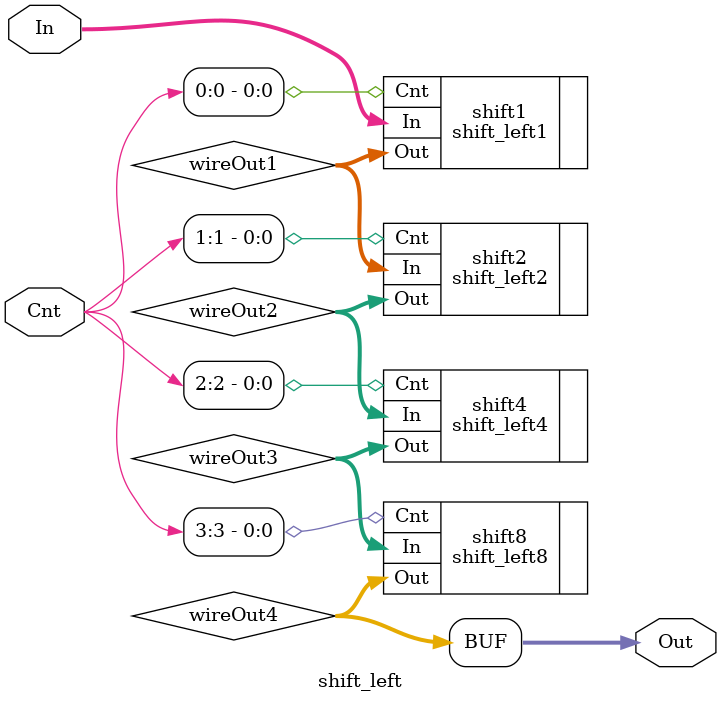
<source format=v>
module shift_left(In, Cnt, Out);
    input [15:0] In;
    input [3:0] Cnt;
    output [15:0] Out;
    
    wire [15:0]wireOut1;        
    wire [15:0]wireOut2;
    wire [15:0]wireOut3;
    wire [15:0]wireOut4;

    //Shift Left 1
    shift_left1 shift1(.In(In), .Cnt(Cnt[0]), .Out(wireOut1));
    //Shift Left 2
    shift_left2 shift2(.In(wireOut1), .Cnt(Cnt[1]), .Out(wireOut2));
    //Shift Left 4
    shift_left4 shift4(.In(wireOut2), .Cnt(Cnt[2]), .Out(wireOut3));
    //Shift Left 8
    shift_left8 shift8(.In(wireOut3), .Cnt(Cnt[3]), .Out(wireOut4));    
    
    assign Out[15:0] = wireOut4[15:0];
endmodule

</source>
